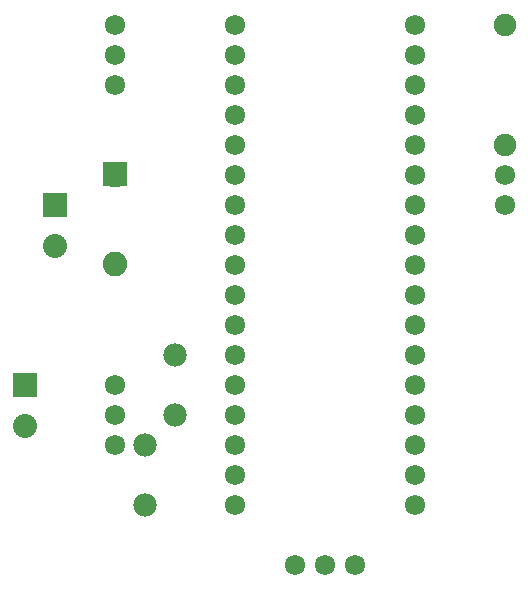
<source format=gtl>
G04 MADE WITH FRITZING*
G04 WWW.FRITZING.ORG*
G04 DOUBLE SIDED*
G04 HOLES PLATED*
G04 CONTOUR ON CENTER OF CONTOUR VECTOR*
%ASAXBY*%
%FSLAX23Y23*%
%MOIN*%
%OFA0B0*%
%SFA1.0B1.0*%
%ADD10C,0.067717*%
%ADD11C,0.080000*%
%ADD12C,0.082000*%
%ADD13C,0.078000*%
%ADD14C,0.075000*%
%ADD15R,0.080000X0.080000*%
%ADD16R,0.082000X0.082000*%
%LNCOPPER1*%
G90*
G70*
G54D10*
X880Y2053D03*
X880Y1953D03*
X880Y1853D03*
X880Y1753D03*
X880Y1653D03*
X880Y1553D03*
X880Y1453D03*
X880Y1353D03*
X880Y1253D03*
X880Y1153D03*
X880Y1053D03*
X880Y953D03*
X880Y853D03*
X880Y753D03*
X880Y653D03*
X880Y553D03*
X880Y453D03*
X1480Y2053D03*
X1480Y1953D03*
X1480Y1853D03*
X1480Y1753D03*
X1480Y1653D03*
X1480Y1553D03*
X1480Y1453D03*
X1480Y1353D03*
X1480Y1253D03*
X1480Y1153D03*
X1480Y1053D03*
X1480Y953D03*
X1480Y853D03*
X1480Y753D03*
X1480Y653D03*
X1480Y553D03*
X1480Y453D03*
G54D11*
X180Y853D03*
X180Y716D03*
G54D10*
X480Y853D03*
X480Y753D03*
X480Y653D03*
G54D11*
X280Y1453D03*
X280Y1316D03*
G54D12*
X480Y1553D03*
X480Y1255D03*
X480Y1553D03*
X480Y1255D03*
G54D10*
X480Y2053D03*
X480Y1953D03*
X480Y1853D03*
G54D13*
X580Y653D03*
X580Y453D03*
X580Y653D03*
X580Y453D03*
X680Y953D03*
X680Y753D03*
X680Y953D03*
X680Y753D03*
G54D10*
X1080Y253D03*
X1180Y253D03*
X1280Y253D03*
X1780Y1453D03*
X1780Y1553D03*
G54D14*
X1780Y2053D03*
X1780Y1653D03*
X1780Y2053D03*
X1780Y1653D03*
G54D15*
X180Y853D03*
X280Y1453D03*
G54D16*
X480Y1554D03*
X480Y1554D03*
G04 End of Copper1*
M02*
</source>
